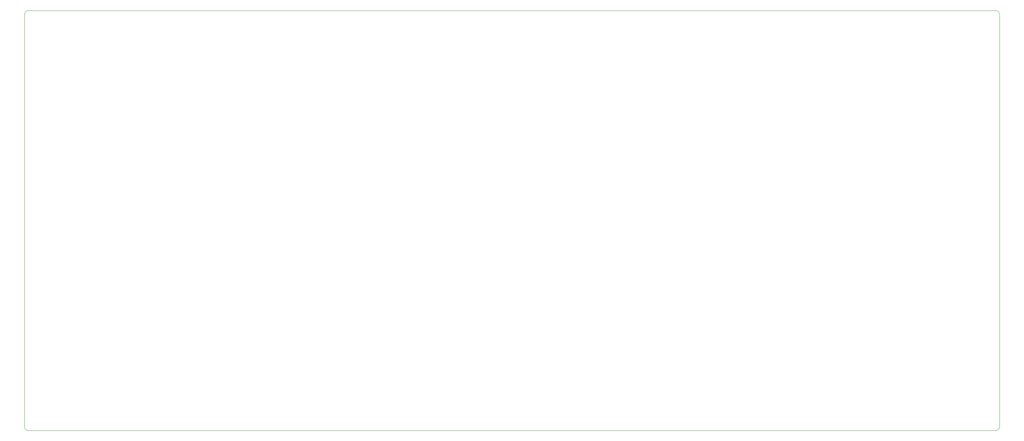
<source format=gbr>
%TF.GenerationSoftware,KiCad,Pcbnew,8.0.3*%
%TF.CreationDate,2024-09-04T21:39:37+02:00*%
%TF.ProjectId,alqaztraz,616c7161-7a74-4726-917a-2e6b69636164,rev?*%
%TF.SameCoordinates,Original*%
%TF.FileFunction,Profile,NP*%
%FSLAX46Y46*%
G04 Gerber Fmt 4.6, Leading zero omitted, Abs format (unit mm)*
G04 Created by KiCad (PCBNEW 8.0.3) date 2024-09-04 21:39:37*
%MOMM*%
%LPD*%
G01*
G04 APERTURE LIST*
%TA.AperFunction,Profile*%
%ADD10C,0.050000*%
%TD*%
G04 APERTURE END LIST*
D10*
X32543750Y-23812500D02*
X273843750Y-23812500D01*
X274637500Y-24606250D02*
X274637500Y-127793750D01*
X31750000Y-24606250D02*
G75*
G02*
X32543750Y-23812500I793800J-50D01*
G01*
X274637500Y-127793750D02*
G75*
G02*
X273843750Y-128587500I-793800J50D01*
G01*
X273843750Y-23812500D02*
G75*
G02*
X274637500Y-24606250I-50J-793800D01*
G01*
X31750000Y-127793750D02*
X31750000Y-24606250D01*
X32543750Y-128587500D02*
G75*
G02*
X31750000Y-127793750I50J793800D01*
G01*
X273843750Y-128587500D02*
X32543750Y-128587500D01*
M02*

</source>
